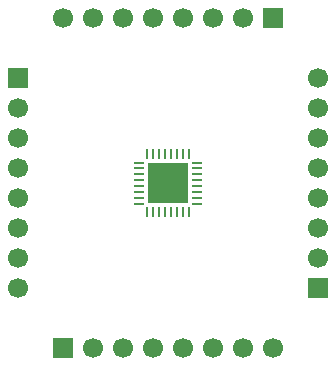
<source format=gbr>
%TF.GenerationSoftware,KiCad,Pcbnew,9.0.1*%
%TF.CreationDate,2025-07-09T09:57:16-04:00*%
%TF.ProjectId,STM32WL33K8V6,53544d33-3257-44c3-9333-4b3856362e6b,rev?*%
%TF.SameCoordinates,Original*%
%TF.FileFunction,Soldermask,Top*%
%TF.FilePolarity,Negative*%
%FSLAX46Y46*%
G04 Gerber Fmt 4.6, Leading zero omitted, Abs format (unit mm)*
G04 Created by KiCad (PCBNEW 9.0.1) date 2025-07-09 09:57:16*
%MOMM*%
%LPD*%
G01*
G04 APERTURE LIST*
%ADD10C,1.700000*%
%ADD11R,1.700000X1.700000*%
%ADD12R,0.807999X0.254800*%
%ADD13R,0.254800X0.807999*%
%ADD14R,3.505200X3.505200*%
G04 APERTURE END LIST*
D10*
%TO.C,J4*%
X132080000Y-77470000D03*
X134620000Y-77470000D03*
X137160000Y-77470000D03*
X139700000Y-77470000D03*
X142240000Y-77470000D03*
X144780000Y-77470000D03*
X147320000Y-77470000D03*
D11*
X149860000Y-77470000D03*
%TD*%
D12*
%TO.C,U1*%
X138521300Y-89690001D03*
X138521300Y-90190000D03*
X138521300Y-90689999D03*
X138521300Y-91190000D03*
X138521300Y-91690000D03*
X138521300Y-92190001D03*
X138521300Y-92690000D03*
X138521300Y-93189999D03*
D13*
X139220001Y-93888700D03*
X139720000Y-93888700D03*
X140219999Y-93888700D03*
X140720000Y-93888700D03*
X141220000Y-93888700D03*
X141720001Y-93888700D03*
X142220000Y-93888700D03*
X142719999Y-93888700D03*
D12*
X143418700Y-93189999D03*
X143418700Y-92690000D03*
X143418700Y-92190001D03*
X143418700Y-91690000D03*
X143418700Y-91190000D03*
X143418700Y-90689999D03*
X143418700Y-90190000D03*
X143418700Y-89690001D03*
D13*
X142719999Y-88991300D03*
X142220000Y-88991300D03*
X141720001Y-88991300D03*
X141220000Y-88991300D03*
X140720000Y-88991300D03*
X140219999Y-88991300D03*
X139720000Y-88991300D03*
X139220001Y-88991300D03*
D14*
X140970000Y-91440000D03*
%TD*%
D11*
%TO.C,J3*%
X153670000Y-100330000D03*
D10*
X153670000Y-97790000D03*
X153670000Y-95250000D03*
X153670000Y-92710000D03*
X153670000Y-90170000D03*
X153670000Y-87630000D03*
X153670000Y-85090000D03*
X153670000Y-82550000D03*
%TD*%
D11*
%TO.C,J2*%
X132080000Y-105410000D03*
D10*
X134620000Y-105410000D03*
X137160000Y-105410000D03*
X139700000Y-105410000D03*
X142240000Y-105410000D03*
X144780000Y-105410000D03*
X147320000Y-105410000D03*
X149860000Y-105410000D03*
%TD*%
D11*
%TO.C,J1*%
X128270000Y-82550000D03*
D10*
X128270000Y-85090000D03*
X128270000Y-87630000D03*
X128270000Y-90170000D03*
X128270000Y-92710000D03*
X128270000Y-95250000D03*
X128270000Y-97790000D03*
X128270000Y-100330000D03*
%TD*%
M02*

</source>
